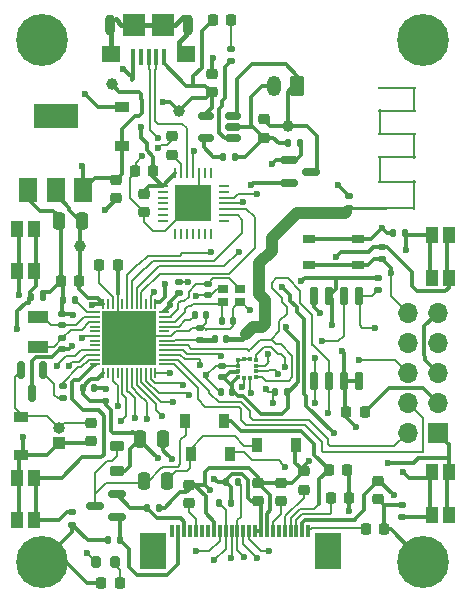
<source format=gtl>
G04 #@! TF.GenerationSoftware,KiCad,Pcbnew,(6.0.10)*
G04 #@! TF.CreationDate,2023-03-04T03:17:19-05:00*
G04 #@! TF.ProjectId,SmartWatch,536d6172-7457-4617-9463-682e6b696361,rev?*
G04 #@! TF.SameCoordinates,Original*
G04 #@! TF.FileFunction,Copper,L1,Top*
G04 #@! TF.FilePolarity,Positive*
%FSLAX46Y46*%
G04 Gerber Fmt 4.6, Leading zero omitted, Abs format (unit mm)*
G04 Created by KiCad (PCBNEW (6.0.10)) date 2023-03-04 03:17:19*
%MOMM*%
%LPD*%
G01*
G04 APERTURE LIST*
G04 Aperture macros list*
%AMRoundRect*
0 Rectangle with rounded corners*
0 $1 Rounding radius*
0 $2 $3 $4 $5 $6 $7 $8 $9 X,Y pos of 4 corners*
0 Add a 4 corners polygon primitive as box body*
4,1,4,$2,$3,$4,$5,$6,$7,$8,$9,$2,$3,0*
0 Add four circle primitives for the rounded corners*
1,1,$1+$1,$2,$3*
1,1,$1+$1,$4,$5*
1,1,$1+$1,$6,$7*
1,1,$1+$1,$8,$9*
0 Add four rect primitives between the rounded corners*
20,1,$1+$1,$2,$3,$4,$5,0*
20,1,$1+$1,$4,$5,$6,$7,0*
20,1,$1+$1,$6,$7,$8,$9,0*
20,1,$1+$1,$8,$9,$2,$3,0*%
G04 Aperture macros list end*
G04 #@! TA.AperFunction,SMDPad,CuDef*
%ADD10R,0.900000X1.200000*%
G04 #@! TD*
G04 #@! TA.AperFunction,SMDPad,CuDef*
%ADD11R,1.200000X0.900000*%
G04 #@! TD*
G04 #@! TA.AperFunction,SMDPad,CuDef*
%ADD12RoundRect,0.200000X-0.200000X-0.275000X0.200000X-0.275000X0.200000X0.275000X-0.200000X0.275000X0*%
G04 #@! TD*
G04 #@! TA.AperFunction,SMDPad,CuDef*
%ADD13RoundRect,0.250000X-0.250000X-0.475000X0.250000X-0.475000X0.250000X0.475000X-0.250000X0.475000X0*%
G04 #@! TD*
G04 #@! TA.AperFunction,SMDPad,CuDef*
%ADD14RoundRect,0.150000X0.512500X0.150000X-0.512500X0.150000X-0.512500X-0.150000X0.512500X-0.150000X0*%
G04 #@! TD*
G04 #@! TA.AperFunction,SMDPad,CuDef*
%ADD15RoundRect,0.140000X-0.170000X0.140000X-0.170000X-0.140000X0.170000X-0.140000X0.170000X0.140000X0*%
G04 #@! TD*
G04 #@! TA.AperFunction,SMDPad,CuDef*
%ADD16R,0.254000X2.300000*%
G04 #@! TD*
G04 #@! TA.AperFunction,SMDPad,CuDef*
%ADD17R,3.200000X0.254000*%
G04 #@! TD*
G04 #@! TA.AperFunction,SMDPad,CuDef*
%ADD18R,0.254000X2.200000*%
G04 #@! TD*
G04 #@! TA.AperFunction,SMDPad,CuDef*
%ADD19R,5.000000X0.254000*%
G04 #@! TD*
G04 #@! TA.AperFunction,SMDPad,CuDef*
%ADD20R,0.254000X2.250000*%
G04 #@! TD*
G04 #@! TA.AperFunction,SMDPad,CuDef*
%ADD21R,0.254000X2.150000*%
G04 #@! TD*
G04 #@! TA.AperFunction,SMDPad,CuDef*
%ADD22R,0.254000X2.500000*%
G04 #@! TD*
G04 #@! TA.AperFunction,SMDPad,CuDef*
%ADD23R,0.254000X0.900000*%
G04 #@! TD*
G04 #@! TA.AperFunction,SMDPad,CuDef*
%ADD24R,0.900000X0.254000*%
G04 #@! TD*
G04 #@! TA.AperFunction,SMDPad,CuDef*
%ADD25R,3.100000X3.100000*%
G04 #@! TD*
G04 #@! TA.AperFunction,SMDPad,CuDef*
%ADD26RoundRect,0.225000X-0.250000X0.225000X-0.250000X-0.225000X0.250000X-0.225000X0.250000X0.225000X0*%
G04 #@! TD*
G04 #@! TA.AperFunction,SMDPad,CuDef*
%ADD27RoundRect,0.225000X0.225000X0.250000X-0.225000X0.250000X-0.225000X-0.250000X0.225000X-0.250000X0*%
G04 #@! TD*
G04 #@! TA.AperFunction,SMDPad,CuDef*
%ADD28RoundRect,0.135000X-0.135000X-0.185000X0.135000X-0.185000X0.135000X0.185000X-0.135000X0.185000X0*%
G04 #@! TD*
G04 #@! TA.AperFunction,SMDPad,CuDef*
%ADD29RoundRect,0.225000X-0.225000X-0.250000X0.225000X-0.250000X0.225000X0.250000X-0.225000X0.250000X0*%
G04 #@! TD*
G04 #@! TA.AperFunction,SMDPad,CuDef*
%ADD30RoundRect,0.140000X0.170000X-0.140000X0.170000X0.140000X-0.170000X0.140000X-0.170000X-0.140000X0*%
G04 #@! TD*
G04 #@! TA.AperFunction,SMDPad,CuDef*
%ADD31RoundRect,0.140000X0.140000X0.170000X-0.140000X0.170000X-0.140000X-0.170000X0.140000X-0.170000X0*%
G04 #@! TD*
G04 #@! TA.AperFunction,ComponentPad*
%ADD32R,1.700000X1.700000*%
G04 #@! TD*
G04 #@! TA.AperFunction,ComponentPad*
%ADD33O,1.700000X1.700000*%
G04 #@! TD*
G04 #@! TA.AperFunction,SMDPad,CuDef*
%ADD34C,1.000000*%
G04 #@! TD*
G04 #@! TA.AperFunction,ComponentPad*
%ADD35C,4.400000*%
G04 #@! TD*
G04 #@! TA.AperFunction,SMDPad,CuDef*
%ADD36R,1.050000X1.400000*%
G04 #@! TD*
G04 #@! TA.AperFunction,SMDPad,CuDef*
%ADD37RoundRect,0.135000X0.135000X0.185000X-0.135000X0.185000X-0.135000X-0.185000X0.135000X-0.185000X0*%
G04 #@! TD*
G04 #@! TA.AperFunction,SMDPad,CuDef*
%ADD38RoundRect,0.218750X0.218750X0.256250X-0.218750X0.256250X-0.218750X-0.256250X0.218750X-0.256250X0*%
G04 #@! TD*
G04 #@! TA.AperFunction,SMDPad,CuDef*
%ADD39R,0.400000X1.350000*%
G04 #@! TD*
G04 #@! TA.AperFunction,SMDPad,CuDef*
%ADD40R,1.600000X1.400000*%
G04 #@! TD*
G04 #@! TA.AperFunction,SMDPad,CuDef*
%ADD41R,1.900000X1.900000*%
G04 #@! TD*
G04 #@! TA.AperFunction,ComponentPad*
%ADD42O,0.900000X1.800000*%
G04 #@! TD*
G04 #@! TA.AperFunction,SMDPad,CuDef*
%ADD43RoundRect,0.135000X0.185000X-0.135000X0.185000X0.135000X-0.185000X0.135000X-0.185000X-0.135000X0*%
G04 #@! TD*
G04 #@! TA.AperFunction,SMDPad,CuDef*
%ADD44R,0.900000X0.800000*%
G04 #@! TD*
G04 #@! TA.AperFunction,ComponentPad*
%ADD45R,1.000000X1.000000*%
G04 #@! TD*
G04 #@! TA.AperFunction,ComponentPad*
%ADD46O,1.000000X1.000000*%
G04 #@! TD*
G04 #@! TA.AperFunction,SMDPad,CuDef*
%ADD47RoundRect,0.140000X-0.140000X-0.170000X0.140000X-0.170000X0.140000X0.170000X-0.140000X0.170000X0*%
G04 #@! TD*
G04 #@! TA.AperFunction,SMDPad,CuDef*
%ADD48RoundRect,0.225000X0.250000X-0.225000X0.250000X0.225000X-0.250000X0.225000X-0.250000X-0.225000X0*%
G04 #@! TD*
G04 #@! TA.AperFunction,SMDPad,CuDef*
%ADD49RoundRect,0.135000X-0.185000X0.135000X-0.185000X-0.135000X0.185000X-0.135000X0.185000X0.135000X0*%
G04 #@! TD*
G04 #@! TA.AperFunction,SMDPad,CuDef*
%ADD50RoundRect,0.147500X-0.147500X-0.172500X0.147500X-0.172500X0.147500X0.172500X-0.147500X0.172500X0*%
G04 #@! TD*
G04 #@! TA.AperFunction,SMDPad,CuDef*
%ADD51RoundRect,0.218750X-0.218750X-0.256250X0.218750X-0.256250X0.218750X0.256250X-0.218750X0.256250X0*%
G04 #@! TD*
G04 #@! TA.AperFunction,SMDPad,CuDef*
%ADD52RoundRect,0.050000X-0.350000X-0.050000X0.350000X-0.050000X0.350000X0.050000X-0.350000X0.050000X0*%
G04 #@! TD*
G04 #@! TA.AperFunction,SMDPad,CuDef*
%ADD53RoundRect,0.050000X-0.050000X-0.350000X0.050000X-0.350000X0.050000X0.350000X-0.050000X0.350000X0*%
G04 #@! TD*
G04 #@! TA.AperFunction,SMDPad,CuDef*
%ADD54R,4.600000X4.600000*%
G04 #@! TD*
G04 #@! TA.AperFunction,SMDPad,CuDef*
%ADD55R,1.050000X0.650000*%
G04 #@! TD*
G04 #@! TA.AperFunction,SMDPad,CuDef*
%ADD56R,1.800000X1.000000*%
G04 #@! TD*
G04 #@! TA.AperFunction,SMDPad,CuDef*
%ADD57RoundRect,0.218750X0.381250X-0.218750X0.381250X0.218750X-0.381250X0.218750X-0.381250X-0.218750X0*%
G04 #@! TD*
G04 #@! TA.AperFunction,SMDPad,CuDef*
%ADD58R,0.375000X0.350000*%
G04 #@! TD*
G04 #@! TA.AperFunction,SMDPad,CuDef*
%ADD59R,0.350000X0.375000*%
G04 #@! TD*
G04 #@! TA.AperFunction,ComponentPad*
%ADD60RoundRect,0.250000X0.350000X0.625000X-0.350000X0.625000X-0.350000X-0.625000X0.350000X-0.625000X0*%
G04 #@! TD*
G04 #@! TA.AperFunction,ComponentPad*
%ADD61O,1.200000X1.750000*%
G04 #@! TD*
G04 #@! TA.AperFunction,SMDPad,CuDef*
%ADD62RoundRect,0.150000X-0.150000X0.650000X-0.150000X-0.650000X0.150000X-0.650000X0.150000X0.650000X0*%
G04 #@! TD*
G04 #@! TA.AperFunction,SMDPad,CuDef*
%ADD63R,0.300000X1.100000*%
G04 #@! TD*
G04 #@! TA.AperFunction,SMDPad,CuDef*
%ADD64R,2.300000X3.100000*%
G04 #@! TD*
G04 #@! TA.AperFunction,SMDPad,CuDef*
%ADD65RoundRect,0.150000X0.587500X0.150000X-0.587500X0.150000X-0.587500X-0.150000X0.587500X-0.150000X0*%
G04 #@! TD*
G04 #@! TA.AperFunction,SMDPad,CuDef*
%ADD66RoundRect,0.150000X-0.150000X0.587500X-0.150000X-0.587500X0.150000X-0.587500X0.150000X0.587500X0*%
G04 #@! TD*
G04 #@! TA.AperFunction,SMDPad,CuDef*
%ADD67RoundRect,0.150000X-0.587500X-0.150000X0.587500X-0.150000X0.587500X0.150000X-0.587500X0.150000X0*%
G04 #@! TD*
G04 #@! TA.AperFunction,SMDPad,CuDef*
%ADD68R,1.500000X2.000000*%
G04 #@! TD*
G04 #@! TA.AperFunction,SMDPad,CuDef*
%ADD69R,3.800000X2.000000*%
G04 #@! TD*
G04 #@! TA.AperFunction,SMDPad,CuDef*
%ADD70RoundRect,0.250000X0.250000X0.475000X-0.250000X0.475000X-0.250000X-0.475000X0.250000X-0.475000X0*%
G04 #@! TD*
G04 #@! TA.AperFunction,ViaPad*
%ADD71C,0.600000*%
G04 #@! TD*
G04 #@! TA.AperFunction,Conductor*
%ADD72C,0.300000*%
G04 #@! TD*
G04 #@! TA.AperFunction,Conductor*
%ADD73C,0.400000*%
G04 #@! TD*
G04 #@! TA.AperFunction,Conductor*
%ADD74C,1.000000*%
G04 #@! TD*
G04 #@! TA.AperFunction,Conductor*
%ADD75C,0.200000*%
G04 #@! TD*
G04 #@! TA.AperFunction,Conductor*
%ADD76C,0.254000*%
G04 #@! TD*
G04 APERTURE END LIST*
D10*
X86994000Y-94996000D03*
X83694000Y-94996000D03*
X93090000Y-97028000D03*
X89790000Y-97028000D03*
X84202000Y-97790000D03*
X87502000Y-97790000D03*
D11*
X69850000Y-97916000D03*
X69850000Y-94616000D03*
D12*
X76165000Y-106930000D03*
X77815000Y-106930000D03*
D13*
X73075000Y-78075000D03*
X74975000Y-78075000D03*
D14*
X87751500Y-71054000D03*
X87751500Y-70104000D03*
X87751500Y-69154000D03*
X85476500Y-69154000D03*
X85476500Y-71054000D03*
D15*
X97560000Y-75970000D03*
X97560000Y-76930000D03*
D16*
X100174000Y-73700000D03*
D17*
X101649000Y-74725000D03*
D18*
X100174000Y-69700000D03*
D19*
X100749000Y-76975000D03*
D17*
X101649000Y-70675000D03*
D20*
X103124000Y-71675000D03*
D17*
X101649000Y-66825000D03*
X101649000Y-68725000D03*
D21*
X103124000Y-67775000D03*
D22*
X103124000Y-75850000D03*
D17*
X101649000Y-72675000D03*
D23*
X85890000Y-73990000D03*
X85390000Y-73990000D03*
X84890000Y-73990000D03*
X84390000Y-73990000D03*
X83890000Y-73990000D03*
X83390000Y-73990000D03*
X82890000Y-73990000D03*
D24*
X81800000Y-75080000D03*
X81800000Y-75580000D03*
X81800000Y-76080000D03*
X81800000Y-76580000D03*
X81800000Y-77080000D03*
X81800000Y-77580000D03*
X81800000Y-78080000D03*
D23*
X82890000Y-79170000D03*
X83390000Y-79170000D03*
X83890000Y-79170000D03*
X84390000Y-79170000D03*
X84890000Y-79170000D03*
X85390000Y-79170000D03*
X85890000Y-79170000D03*
D24*
X86980000Y-78080000D03*
X86980000Y-77580000D03*
X86980000Y-77080000D03*
X86980000Y-76580000D03*
X86980000Y-76080000D03*
X86980000Y-75580000D03*
X86980000Y-75080000D03*
D25*
X84390000Y-76580000D03*
D26*
X80200000Y-75745000D03*
X80200000Y-77295000D03*
X82640000Y-70885000D03*
X82640000Y-72435000D03*
D27*
X81035000Y-73830000D03*
X79485000Y-73830000D03*
D28*
X101290000Y-79075000D03*
X102310000Y-79075000D03*
D29*
X95875000Y-99125000D03*
X97425000Y-99125000D03*
D30*
X86850000Y-91280000D03*
X86850000Y-90320000D03*
D31*
X87680000Y-92500000D03*
X86720000Y-92500000D03*
D32*
X105100000Y-96000000D03*
D33*
X102560000Y-96000000D03*
X105100000Y-93460000D03*
X102560000Y-93460000D03*
X105100000Y-90920000D03*
X102560000Y-90920000D03*
X105100000Y-88380000D03*
X102560000Y-88380000D03*
X105100000Y-85840000D03*
X102560000Y-85840000D03*
D34*
X92400000Y-70000000D03*
D35*
X103886000Y-62738000D03*
D36*
X104580000Y-79250000D03*
X104580000Y-82850000D03*
X106020000Y-79250000D03*
X106020000Y-82850000D03*
D37*
X87610000Y-101940000D03*
X86590000Y-101940000D03*
D34*
X77500000Y-66500000D03*
D38*
X87612500Y-61075000D03*
X86037500Y-61075000D03*
D28*
X87190000Y-100200000D03*
X88210000Y-100200000D03*
X80460000Y-102320000D03*
X81480000Y-102320000D03*
D29*
X73200000Y-83150000D03*
X74750000Y-83150000D03*
D39*
X81926000Y-64143000D03*
X81276000Y-64143000D03*
X80626000Y-64143000D03*
X79976000Y-64143000D03*
X79326000Y-64143000D03*
D40*
X83826000Y-63918000D03*
X77426000Y-63918000D03*
D41*
X79426000Y-61468000D03*
X81826000Y-61468000D03*
D42*
X83926000Y-61468000D03*
X77326000Y-61468000D03*
D43*
X87630000Y-64516000D03*
X87630000Y-63496000D03*
D44*
X86925000Y-84950000D03*
X88325000Y-84950000D03*
X88325000Y-83850000D03*
X86925000Y-83850000D03*
D37*
X92310000Y-92500000D03*
X91290000Y-92500000D03*
D34*
X74825000Y-80200000D03*
D28*
X86904328Y-72602000D03*
X87924328Y-72602000D03*
D45*
X73010000Y-96860000D03*
D46*
X73010000Y-95590000D03*
D27*
X77991000Y-81788000D03*
X76441000Y-81788000D03*
D36*
X70945000Y-103400000D03*
X70945000Y-99800000D03*
X69505000Y-103400000D03*
X69505000Y-99800000D03*
D47*
X86845000Y-86500000D03*
X87805000Y-86500000D03*
D11*
X78350000Y-71725000D03*
X78350000Y-68425000D03*
D31*
X75990000Y-92180000D03*
X75030000Y-92180000D03*
D48*
X84000000Y-101925000D03*
X84000000Y-100375000D03*
D47*
X73412164Y-84750000D03*
X74372164Y-84750000D03*
D48*
X93740000Y-100805000D03*
X93740000Y-99255000D03*
D37*
X71660000Y-84500000D03*
X70640000Y-84500000D03*
D49*
X100400000Y-80265000D03*
X100400000Y-81285000D03*
D50*
X86215000Y-88025000D03*
X87185000Y-88025000D03*
D51*
X76632500Y-108712000D03*
X78207500Y-108712000D03*
D52*
X76050000Y-85800000D03*
X76050000Y-86200000D03*
X76050000Y-86600000D03*
X76050000Y-87000000D03*
X76050000Y-87400000D03*
X76050000Y-87800000D03*
X76050000Y-88200000D03*
X76050000Y-88600000D03*
X76050000Y-89000000D03*
X76050000Y-89400000D03*
X76050000Y-89800000D03*
X76050000Y-90200000D03*
D53*
X76800000Y-90950000D03*
X77200000Y-90950000D03*
X77600000Y-90950000D03*
X78000000Y-90950000D03*
X78400000Y-90950000D03*
X78800000Y-90950000D03*
X79200000Y-90950000D03*
X79600000Y-90950000D03*
X80000000Y-90950000D03*
X80400000Y-90950000D03*
X80800000Y-90950000D03*
X81200000Y-90950000D03*
D52*
X81950000Y-90200000D03*
X81950000Y-89800000D03*
X81950000Y-89400000D03*
X81950000Y-89000000D03*
X81950000Y-88600000D03*
X81950000Y-88200000D03*
X81950000Y-87800000D03*
X81950000Y-87400000D03*
X81950000Y-87000000D03*
X81950000Y-86600000D03*
X81950000Y-86200000D03*
X81950000Y-85800000D03*
D53*
X81200000Y-85050000D03*
X80800000Y-85050000D03*
X80400000Y-85050000D03*
X80000000Y-85050000D03*
X79600000Y-85050000D03*
X79200000Y-85050000D03*
X78800000Y-85050000D03*
X78400000Y-85050000D03*
X78000000Y-85050000D03*
X77600000Y-85050000D03*
X77200000Y-85050000D03*
X76800000Y-85050000D03*
D54*
X79000000Y-88000000D03*
D31*
X84520000Y-86025000D03*
X85480000Y-86025000D03*
D55*
X98375000Y-81775000D03*
X94225000Y-81775000D03*
X98375000Y-79625000D03*
X94225000Y-79625000D03*
D56*
X71220000Y-88690000D03*
X71220000Y-86190000D03*
D34*
X83200000Y-68750000D03*
D57*
X77940000Y-99252500D03*
X77940000Y-97127500D03*
D43*
X74150000Y-103760000D03*
X74150000Y-102740000D03*
D13*
X79900000Y-96540000D03*
X81800000Y-96540000D03*
D58*
X89712500Y-91300000D03*
X89712500Y-90800000D03*
X89712500Y-90300000D03*
X89712500Y-89800000D03*
D59*
X89200000Y-89787500D03*
X88700000Y-89787500D03*
D58*
X88187500Y-89800000D03*
X88187500Y-90300000D03*
X88187500Y-90800000D03*
X88187500Y-91300000D03*
D59*
X88700000Y-91312500D03*
X89200000Y-91312500D03*
D60*
X93202000Y-66654000D03*
D61*
X91202000Y-66654000D03*
D49*
X100025000Y-82865000D03*
X100025000Y-83885000D03*
D62*
X98425000Y-84395000D03*
X97155000Y-84395000D03*
X95885000Y-84395000D03*
X94615000Y-84395000D03*
X94615000Y-91595000D03*
X95885000Y-91595000D03*
X97155000Y-91595000D03*
X98425000Y-91595000D03*
D26*
X100075000Y-100075000D03*
X100075000Y-101625000D03*
D63*
X82642000Y-104314000D03*
X83142000Y-104314000D03*
X83642000Y-104314000D03*
X84142000Y-104314000D03*
X84642000Y-104314000D03*
X85142000Y-104314000D03*
X85642000Y-104314000D03*
X86142000Y-104314000D03*
X86642000Y-104314000D03*
X87142000Y-104314000D03*
X87642000Y-104314000D03*
X88142000Y-104314000D03*
X88642000Y-104314000D03*
X89142000Y-104314000D03*
X89642000Y-104314000D03*
X90142000Y-104314000D03*
X90642000Y-104314000D03*
X91142000Y-104314000D03*
X91642000Y-104314000D03*
X92142000Y-104314000D03*
X92642000Y-104314000D03*
X93142000Y-104314000D03*
X93642000Y-104314000D03*
X94142000Y-104314000D03*
D64*
X95812000Y-106014000D03*
X80972000Y-106014000D03*
D48*
X75750000Y-96715000D03*
X75750000Y-95165000D03*
D15*
X85610000Y-83360000D03*
X85610000Y-84320000D03*
D37*
X78220000Y-105050000D03*
X77200000Y-105050000D03*
D48*
X91815000Y-101755000D03*
X91815000Y-100205000D03*
D29*
X97355000Y-94220000D03*
X98905000Y-94220000D03*
D43*
X73350000Y-93070000D03*
X73350000Y-92050000D03*
D34*
X91050000Y-80600000D03*
D30*
X73290000Y-86880000D03*
X73290000Y-85920000D03*
D35*
X71628000Y-62738000D03*
D65*
X77927500Y-103110000D03*
X77927500Y-101210000D03*
X76052500Y-102160000D03*
D15*
X73320000Y-87980000D03*
X73320000Y-88940000D03*
D66*
X71700000Y-90712500D03*
X69800000Y-90712500D03*
X70750000Y-92587500D03*
D67*
X92512500Y-72925000D03*
X92512500Y-74825000D03*
X94387500Y-73875000D03*
D68*
X70450000Y-75450000D03*
X72750000Y-75450000D03*
X75050000Y-75450000D03*
D69*
X72750000Y-69150000D03*
D28*
X92415000Y-71500000D03*
X93435000Y-71500000D03*
D49*
X102100000Y-102140000D03*
X102100000Y-103160000D03*
D48*
X85975000Y-67150000D03*
X85975000Y-65600000D03*
D35*
X103886000Y-106934000D03*
D15*
X84950000Y-87145000D03*
X84950000Y-88105000D03*
D35*
X71628000Y-106934000D03*
D36*
X104580000Y-99350000D03*
X104580000Y-102950000D03*
X106020000Y-99350000D03*
X106020000Y-102950000D03*
D15*
X83200000Y-83195000D03*
X83200000Y-84155000D03*
D29*
X99025000Y-104175000D03*
X100575000Y-104175000D03*
D48*
X90375000Y-71000000D03*
X90375000Y-69450000D03*
D29*
X96075000Y-101525000D03*
X97625000Y-101525000D03*
D48*
X77850000Y-76125000D03*
X77850000Y-74575000D03*
X89915000Y-101755000D03*
X89915000Y-100205000D03*
D36*
X70945000Y-82318000D03*
X70945000Y-78718000D03*
X69505000Y-82318000D03*
X69505000Y-78718000D03*
D70*
X82160000Y-100050000D03*
X80260000Y-100050000D03*
D71*
X96670000Y-75050000D03*
X91100000Y-73200000D03*
X89300000Y-75000000D03*
X93530510Y-83162688D03*
X102400000Y-80550000D03*
X100425000Y-78650000D03*
X89175000Y-85600000D03*
X83975000Y-83250000D03*
X84625000Y-84450000D03*
X92290000Y-87030000D03*
X80229266Y-87629266D03*
X88270000Y-80660000D03*
X89830000Y-75750000D03*
X88610000Y-76480500D03*
X85940000Y-80720000D03*
X80055734Y-72599500D03*
X81420000Y-71910000D03*
X81375750Y-71042782D03*
X84489500Y-72110000D03*
X79975000Y-70075000D03*
X81809501Y-68000000D03*
X75200000Y-67300000D03*
X78466292Y-65167238D03*
X76970000Y-77160000D03*
X95116738Y-85823007D03*
X85850242Y-100826974D03*
X77540000Y-86510000D03*
X77460000Y-89610000D03*
X86075000Y-64275000D03*
X74240000Y-86010000D03*
X80600000Y-89830000D03*
X85517807Y-91097638D03*
X82620500Y-98170500D03*
X97600000Y-102650000D03*
X74150000Y-88650000D03*
X77050000Y-92300000D03*
X94170378Y-98339622D03*
X75000000Y-73400000D03*
X92180000Y-98850000D03*
X101360000Y-101300000D03*
X82690000Y-93370000D03*
X98410000Y-89860000D03*
X82450000Y-90899500D03*
X101140000Y-82450000D03*
X84640000Y-106030000D03*
X73900000Y-90360000D03*
X86190000Y-106760000D03*
X77988818Y-93697334D03*
X87600000Y-106620000D03*
X78270000Y-94960000D03*
X88710000Y-106470000D03*
X79460000Y-94710000D03*
X89828941Y-106555540D03*
X95850000Y-94320000D03*
X94720000Y-93490000D03*
X84940000Y-90280000D03*
X90800000Y-106010000D03*
X92200500Y-90450000D03*
X94720000Y-89670000D03*
X96290000Y-96030000D03*
X91920000Y-83690000D03*
X102180000Y-99340000D03*
X82050000Y-83400000D03*
X69500000Y-87210000D03*
X75009500Y-87950000D03*
X81100000Y-84075000D03*
X99830000Y-87090000D03*
X80453650Y-94818005D03*
X90550000Y-92300000D03*
X81750000Y-94580000D03*
X91150000Y-93450000D03*
X91600000Y-91000500D03*
X86730000Y-89500000D03*
X95300000Y-88260000D03*
X90750000Y-89350000D03*
X84020000Y-92780000D03*
X89283225Y-92611688D03*
X88530000Y-92120000D03*
X83500378Y-91949622D03*
X75800000Y-85200500D03*
X77028739Y-93299277D03*
X96160000Y-86850000D03*
X86170000Y-99880000D03*
X82400000Y-85200000D03*
X96470000Y-81070000D03*
X98220000Y-95530000D03*
X100910000Y-98510000D03*
X69970000Y-96330000D03*
X81420000Y-98170000D03*
X97010000Y-89070000D03*
X69620000Y-84290000D03*
X72860000Y-90329500D03*
X75410000Y-106200000D03*
D72*
X73660000Y-106934000D02*
X71628000Y-106934000D01*
X75438000Y-108712000D02*
X73660000Y-106934000D01*
X76632500Y-108712000D02*
X75438000Y-108712000D01*
D73*
X88505000Y-88025000D02*
X88900000Y-87630000D01*
X87185000Y-88025000D02*
X88505000Y-88025000D01*
D74*
X89470000Y-87060000D02*
X88900000Y-87630000D01*
X90200000Y-87060000D02*
X89470000Y-87060000D01*
D75*
X76441000Y-83299000D02*
X76441000Y-81788000D01*
X77600000Y-84458000D02*
X76441000Y-83299000D01*
X77600000Y-85050000D02*
X77600000Y-84458000D01*
D72*
X78000000Y-81797000D02*
X77991000Y-81788000D01*
X78000000Y-84240000D02*
X78000000Y-81797000D01*
X85975000Y-68457000D02*
X85476500Y-68955500D01*
X85476500Y-68955500D02*
X85476500Y-69154000D01*
X85975000Y-67150000D02*
X85975000Y-68457000D01*
X86614000Y-68580000D02*
X86614000Y-70612000D01*
X87056000Y-71054000D02*
X87751500Y-71054000D01*
X86850000Y-68344000D02*
X86614000Y-68580000D01*
X86614000Y-70612000D02*
X87056000Y-71054000D01*
X86850000Y-67920000D02*
X86850000Y-68344000D01*
D73*
X86135000Y-88105000D02*
X86215000Y-88025000D01*
X84950000Y-88105000D02*
X86135000Y-88105000D01*
D72*
X97560000Y-75940000D02*
X96670000Y-75050000D01*
X97560000Y-75970000D02*
X97560000Y-75940000D01*
D76*
X97605000Y-76975000D02*
X100749000Y-76975000D01*
X97560000Y-76930000D02*
X97605000Y-76975000D01*
D74*
X97260000Y-77390000D02*
X97360000Y-77290000D01*
X96330000Y-77390000D02*
X97260000Y-77390000D01*
X93170000Y-77390000D02*
X96330000Y-77390000D01*
D75*
X84250000Y-88900000D02*
X83950000Y-88600000D01*
X89080000Y-89060000D02*
X88920000Y-88900000D01*
X88920000Y-88900000D02*
X84250000Y-88900000D01*
X89210000Y-88930000D02*
X89080000Y-89060000D01*
X83950000Y-88600000D02*
X81950000Y-88600000D01*
X89270000Y-88930000D02*
X89210000Y-88930000D01*
X90050000Y-88150000D02*
X89270000Y-88930000D01*
X90950000Y-88150000D02*
X90050000Y-88150000D01*
D74*
X91050000Y-79510000D02*
X93170000Y-77390000D01*
X91050000Y-80600000D02*
X91050000Y-79510000D01*
X90010000Y-81640000D02*
X91050000Y-80600000D01*
X90010000Y-84280000D02*
X90010000Y-81640000D01*
X90200000Y-87060000D02*
X90460000Y-86800000D01*
X90460000Y-86800000D02*
X90460000Y-84730000D01*
X90460000Y-84730000D02*
X90010000Y-84280000D01*
D75*
X98800000Y-93900000D02*
X98800000Y-93925000D01*
X86825000Y-85050000D02*
X86925000Y-84950000D01*
X84375000Y-85050000D02*
X86825000Y-85050000D01*
D72*
X91375000Y-72925000D02*
X91100000Y-73200000D01*
X92512500Y-72925000D02*
X91375000Y-72925000D01*
X89475000Y-74825000D02*
X89300000Y-75000000D01*
X92512500Y-74825000D02*
X89475000Y-74825000D01*
X94550000Y-73875000D02*
X94387500Y-73875000D01*
X94850000Y-70825000D02*
X94850000Y-73575000D01*
X94850000Y-73575000D02*
X94550000Y-73875000D01*
X92400000Y-70000000D02*
X94025000Y-70000000D01*
X94025000Y-70000000D02*
X94850000Y-70825000D01*
X91150000Y-71000000D02*
X90375000Y-71000000D01*
X91650000Y-71500000D02*
X91150000Y-71000000D01*
X92415000Y-71500000D02*
X91650000Y-71500000D01*
X93550000Y-71615000D02*
X93435000Y-71500000D01*
X93550000Y-72500000D02*
X93550000Y-71615000D01*
X93125000Y-72925000D02*
X93550000Y-72500000D01*
X92512500Y-72925000D02*
X93125000Y-72925000D01*
D75*
X92512500Y-72925000D02*
X92950000Y-72925000D01*
D72*
X93828198Y-82865000D02*
X96635000Y-82865000D01*
X93530510Y-83162688D02*
X93828198Y-82865000D01*
X98375000Y-81775000D02*
X94225000Y-81775000D01*
X100765000Y-80265000D02*
X100400000Y-80265000D01*
X103325000Y-84025000D02*
X102900000Y-83600000D01*
X105725000Y-84025000D02*
X103325000Y-84025000D01*
X102900000Y-83600000D02*
X102900000Y-82400000D01*
X106020000Y-83730000D02*
X105725000Y-84025000D01*
X102900000Y-82400000D02*
X100765000Y-80265000D01*
X106020000Y-82850000D02*
X106020000Y-83730000D01*
X101140000Y-82025000D02*
X100400000Y-81285000D01*
X101140000Y-82450000D02*
X101140000Y-82025000D01*
X100025000Y-82865000D02*
X96635000Y-82865000D01*
X96470000Y-83030000D02*
X96470000Y-83805000D01*
X96635000Y-82865000D02*
X96470000Y-83030000D01*
X102485000Y-79250000D02*
X102310000Y-79075000D01*
X104580000Y-79250000D02*
X102485000Y-79250000D01*
X102400000Y-80550000D02*
X102400000Y-79165000D01*
X102400000Y-79165000D02*
X102310000Y-79075000D01*
X99450000Y-79625000D02*
X100425000Y-78650000D01*
X98375000Y-79625000D02*
X99450000Y-79625000D01*
X94225000Y-79625000D02*
X98375000Y-79625000D01*
X100825000Y-79050000D02*
X100425000Y-78650000D01*
X101215000Y-79050000D02*
X100825000Y-79050000D01*
X99175000Y-81775000D02*
X98375000Y-81775000D01*
X100400000Y-81285000D02*
X99665000Y-81285000D01*
X99665000Y-81285000D02*
X99175000Y-81775000D01*
X99275000Y-80650000D02*
X99660000Y-80265000D01*
X96925000Y-80650000D02*
X99275000Y-80650000D01*
X96505000Y-81070000D02*
X96925000Y-80650000D01*
X99660000Y-80265000D02*
X100400000Y-80265000D01*
X96470000Y-81070000D02*
X96505000Y-81070000D01*
D75*
X99515000Y-84395000D02*
X100025000Y-83885000D01*
X98425000Y-84395000D02*
X99515000Y-84395000D01*
X95885000Y-89915761D02*
X95885000Y-94285000D01*
X94499239Y-88530000D02*
X95885000Y-89915761D01*
X95885000Y-94285000D02*
X95850000Y-94320000D01*
X94440000Y-88530000D02*
X94499239Y-88530000D01*
X94440000Y-86000000D02*
X94440000Y-88530000D01*
X93480000Y-85040000D02*
X94440000Y-86000000D01*
X93480000Y-83960000D02*
X93480000Y-85040000D01*
X92420000Y-82900000D02*
X93480000Y-83960000D01*
X91450000Y-82900000D02*
X92420000Y-82900000D01*
X91900000Y-84550000D02*
X91060000Y-83710000D01*
X92325000Y-85900000D02*
X92325000Y-85350000D01*
X91060000Y-83710000D02*
X91060000Y-83290000D01*
X91690000Y-86535000D02*
X92325000Y-85900000D01*
X91690000Y-87410000D02*
X91690000Y-86535000D01*
X91900000Y-84925000D02*
X91900000Y-84550000D01*
X90950000Y-88150000D02*
X91690000Y-87410000D01*
X91060000Y-83290000D02*
X91450000Y-82900000D01*
X92325000Y-85350000D02*
X91900000Y-84925000D01*
X89175000Y-85575000D02*
X89175000Y-85600000D01*
X89075000Y-85475000D02*
X89175000Y-85575000D01*
X88550000Y-84950000D02*
X89075000Y-85475000D01*
X88325000Y-84950000D02*
X88550000Y-84950000D01*
X86375000Y-83850000D02*
X86925000Y-83850000D01*
X85905000Y-84320000D02*
X86375000Y-83850000D01*
X85610000Y-84320000D02*
X85905000Y-84320000D01*
X87400000Y-82925000D02*
X88325000Y-83850000D01*
X86045000Y-82925000D02*
X87400000Y-82925000D01*
X85610000Y-83360000D02*
X86045000Y-82925000D01*
X87805000Y-85470000D02*
X88325000Y-84950000D01*
X87805000Y-86500000D02*
X87805000Y-85470000D01*
X86845000Y-85030000D02*
X86925000Y-84950000D01*
X86845000Y-86500000D02*
X86845000Y-85030000D01*
X90950000Y-88150000D02*
X91081471Y-88150000D01*
D72*
X92580000Y-84350000D02*
X91920000Y-83690000D01*
X93150000Y-85375000D02*
X92580000Y-84805000D01*
X93150000Y-85750000D02*
X93150000Y-85375000D01*
X93800000Y-86400000D02*
X93150000Y-85750000D01*
X93980000Y-93720000D02*
X93980000Y-92855000D01*
X93980000Y-92855000D02*
X93800000Y-92675000D01*
X92580000Y-84805000D02*
X92580000Y-84350000D01*
X96290000Y-96030000D02*
X93980000Y-93720000D01*
X93800000Y-92675000D02*
X93800000Y-86400000D01*
D75*
X87485343Y-87239657D02*
X87805000Y-86920000D01*
X85485343Y-87239657D02*
X87485343Y-87239657D01*
X87805000Y-86920000D02*
X87805000Y-86500000D01*
X85370000Y-87145000D02*
X85475000Y-87250000D01*
X84950000Y-87145000D02*
X85370000Y-87145000D01*
X85475000Y-87250000D02*
X85485343Y-87239657D01*
X83920000Y-83195000D02*
X83975000Y-83250000D01*
X83200000Y-83195000D02*
X83920000Y-83195000D01*
X84565000Y-83360000D02*
X85610000Y-83360000D01*
X84565000Y-83510000D02*
X84565000Y-83360000D01*
X84000000Y-84075000D02*
X84565000Y-83510000D01*
X84000000Y-84475000D02*
X84000000Y-84075000D01*
X83650000Y-84825000D02*
X84000000Y-84475000D01*
X83150000Y-85000000D02*
X83325000Y-84825000D01*
X83325000Y-84825000D02*
X83650000Y-84825000D01*
X83150000Y-85475000D02*
X83150000Y-85000000D01*
X82540000Y-86085000D02*
X83150000Y-85475000D01*
X82540000Y-86200000D02*
X82540000Y-86085000D01*
X81950000Y-86200000D02*
X82540000Y-86200000D01*
X84150000Y-86475000D02*
X84520000Y-86105000D01*
X84520000Y-86105000D02*
X84520000Y-86025000D01*
X83175000Y-87000000D02*
X83700000Y-86475000D01*
X83700000Y-86475000D02*
X84150000Y-86475000D01*
X81950000Y-87000000D02*
X83175000Y-87000000D01*
X84950000Y-87145000D02*
X85055000Y-87145000D01*
X85055000Y-87145000D02*
X85480000Y-86720000D01*
X85480000Y-86720000D02*
X85480000Y-86025000D01*
X84050000Y-87400000D02*
X84305000Y-87145000D01*
X84305000Y-87145000D02*
X84950000Y-87145000D01*
X82525000Y-87800000D02*
X82925000Y-87400000D01*
X82925000Y-87400000D02*
X84050000Y-87400000D01*
X81950000Y-87800000D02*
X82525000Y-87800000D01*
X82895000Y-88105000D02*
X84950000Y-88105000D01*
X82800000Y-88200000D02*
X82895000Y-88105000D01*
X84755000Y-84320000D02*
X84625000Y-84450000D01*
X85610000Y-84320000D02*
X84755000Y-84320000D01*
X84200000Y-85225000D02*
X84375000Y-85050000D01*
X83925000Y-85225000D02*
X84200000Y-85225000D01*
X83675000Y-85475000D02*
X83925000Y-85225000D01*
X83675000Y-85800000D02*
X83675000Y-85475000D01*
X82875000Y-86600000D02*
X83675000Y-85800000D01*
X81950000Y-86600000D02*
X82875000Y-86600000D01*
X80400000Y-87800000D02*
X80229266Y-87629266D01*
X81950000Y-87800000D02*
X80400000Y-87800000D01*
D72*
X82404622Y-84950378D02*
X83200000Y-84155000D01*
X82404622Y-85234622D02*
X82404622Y-84950378D01*
D75*
X81950000Y-88200000D02*
X82800000Y-88200000D01*
D72*
X92290000Y-87290000D02*
X92290000Y-87030000D01*
X93300000Y-88300000D02*
X92290000Y-87290000D01*
X93300000Y-91700000D02*
X93300000Y-88300000D01*
X92500000Y-92500000D02*
X93300000Y-91700000D01*
X92310000Y-92500000D02*
X92500000Y-92500000D01*
D75*
X86590000Y-89360000D02*
X86730000Y-89500000D01*
X83890000Y-89360000D02*
X86590000Y-89360000D01*
X81950000Y-89000000D02*
X83530000Y-89000000D01*
X83530000Y-89000000D02*
X83890000Y-89360000D01*
X83690000Y-89780000D02*
X84940000Y-89780000D01*
X81950000Y-89400000D02*
X83310000Y-89400000D01*
X83310000Y-89400000D02*
X83690000Y-89780000D01*
X82740000Y-90200000D02*
X81950000Y-90200000D01*
X82740000Y-90200000D02*
X84780000Y-92240000D01*
X79858532Y-88000000D02*
X80229266Y-87629266D01*
X79000000Y-88000000D02*
X79858532Y-88000000D01*
D72*
X84420000Y-65780000D02*
X84420000Y-66590000D01*
X84420000Y-66590000D02*
X85415000Y-66590000D01*
X85125000Y-65075000D02*
X84420000Y-65780000D01*
X83830000Y-66590000D02*
X84420000Y-66590000D01*
X85415000Y-66590000D02*
X85975000Y-67150000D01*
X81926000Y-64686000D02*
X83830000Y-66590000D01*
X81926000Y-64143000D02*
X81926000Y-64686000D01*
D75*
X87830000Y-76080000D02*
X86980000Y-76080000D01*
X88160000Y-75750000D02*
X87830000Y-76080000D01*
X89830000Y-75750000D02*
X88160000Y-75750000D01*
X87030000Y-81900000D02*
X88270000Y-80660000D01*
X86500000Y-81900000D02*
X87030000Y-81900000D01*
X88610000Y-76480500D02*
X88510500Y-76580000D01*
X88510500Y-76580000D02*
X86980000Y-76580000D01*
X85852500Y-80807500D02*
X85940000Y-80720000D01*
X85050500Y-80807500D02*
X85852500Y-80807500D01*
X88910000Y-77080000D02*
X86980000Y-77080000D01*
X89590000Y-80390000D02*
X89590000Y-77760000D01*
X87455000Y-82525000D02*
X89590000Y-80390000D01*
X89590000Y-77760000D02*
X88910000Y-77080000D01*
X81550000Y-82525000D02*
X87455000Y-82525000D01*
X80000000Y-84075000D02*
X81550000Y-82525000D01*
X80000000Y-85050000D02*
X80000000Y-84075000D01*
X88160000Y-77580000D02*
X86980000Y-77580000D01*
X88540000Y-77960000D02*
X88160000Y-77580000D01*
X80975000Y-81450000D02*
X86200000Y-81450000D01*
X86200000Y-81450000D02*
X88540000Y-79110000D01*
X88540000Y-79110000D02*
X88540000Y-77960000D01*
X80375000Y-82050000D02*
X80975000Y-81450000D01*
X80325000Y-82050000D02*
X80375000Y-82050000D01*
X79200000Y-83175000D02*
X80325000Y-82050000D01*
X79200000Y-85050000D02*
X79200000Y-83175000D01*
D72*
X79975000Y-71005000D02*
X79975000Y-70075000D01*
X80460000Y-71490000D02*
X79975000Y-71005000D01*
X80460000Y-72060000D02*
X80460000Y-71490000D01*
X81035000Y-72635000D02*
X80460000Y-72060000D01*
X81035000Y-73830000D02*
X81035000Y-72635000D01*
D75*
X79520000Y-73795000D02*
X79485000Y-73830000D01*
X79520000Y-73135234D02*
X79520000Y-73795000D01*
X80055734Y-72599500D02*
X79520000Y-73135234D01*
X81690000Y-71640000D02*
X81420000Y-71910000D01*
X82217538Y-71640000D02*
X81690000Y-71640000D01*
X82640000Y-71217538D02*
X82217538Y-71640000D01*
X82640000Y-70885000D02*
X82640000Y-71217538D01*
X83390000Y-73220000D02*
X83390000Y-73990000D01*
X82640000Y-72470000D02*
X83390000Y-73220000D01*
X82640000Y-72435000D02*
X82640000Y-72470000D01*
X80726000Y-70393032D02*
X81375750Y-71042782D01*
X80726000Y-65255501D02*
X80726000Y-70393032D01*
X84390000Y-72209500D02*
X84489500Y-72110000D01*
X84390000Y-73990000D02*
X84390000Y-72209500D01*
X84890000Y-76080000D02*
X84390000Y-76580000D01*
X84890000Y-73990000D02*
X84890000Y-76080000D01*
X83490000Y-69820000D02*
X83890000Y-70220000D01*
X81420000Y-69820000D02*
X83490000Y-69820000D01*
X81176000Y-69576000D02*
X81420000Y-69820000D01*
X83890000Y-70220000D02*
X83890000Y-73990000D01*
X81176000Y-65255501D02*
X81176000Y-69576000D01*
X81276000Y-65155501D02*
X81176000Y-65255501D01*
X81276000Y-64143000D02*
X81276000Y-65155501D01*
D72*
X82890000Y-73990000D02*
X81800000Y-75080000D01*
X81035000Y-74315000D02*
X81800000Y-75080000D01*
X81035000Y-73830000D02*
X81035000Y-74315000D01*
X80200000Y-75530000D02*
X80650000Y-75080000D01*
X80650000Y-75080000D02*
X81800000Y-75080000D01*
D75*
X79020000Y-76115000D02*
X80200000Y-77295000D01*
X79020000Y-74440000D02*
X79020000Y-76115000D01*
X79485000Y-73975000D02*
X79020000Y-74440000D01*
X79485000Y-73830000D02*
X79485000Y-73975000D01*
X82030000Y-78940000D02*
X84390000Y-76580000D01*
X80980000Y-78940000D02*
X82030000Y-78940000D01*
X80200000Y-78160000D02*
X80980000Y-78940000D01*
X80200000Y-77295000D02*
X80200000Y-78160000D01*
X80626000Y-64143000D02*
X80626000Y-65155501D01*
X80626000Y-65155501D02*
X80726000Y-65255501D01*
X73010000Y-95590000D02*
X73450000Y-95150000D01*
X75735000Y-95150000D02*
X75750000Y-95165000D01*
X73450000Y-95150000D02*
X75735000Y-95150000D01*
X69980000Y-94580000D02*
X72000000Y-94580000D01*
X72000000Y-94580000D02*
X73010000Y-95590000D01*
X69275000Y-93875000D02*
X69275000Y-91237500D01*
X69980000Y-94580000D02*
X69275000Y-93875000D01*
X69275000Y-91237500D02*
X69800000Y-90712500D01*
D72*
X78350000Y-68425000D02*
X76325000Y-68425000D01*
X81809501Y-68000000D02*
X82450000Y-68000000D01*
X84275000Y-67675000D02*
X85450000Y-67675000D01*
X83200000Y-68750000D02*
X84275000Y-67675000D01*
X85450000Y-67675000D02*
X85975000Y-67150000D01*
X85125000Y-65075000D02*
X85125000Y-61987500D01*
X85125000Y-61987500D02*
X86037500Y-61075000D01*
X82450000Y-68000000D02*
X83200000Y-68750000D01*
X76325000Y-68425000D02*
X75200000Y-67300000D01*
X74150000Y-85920000D02*
X74240000Y-86010000D01*
X89915000Y-100205000D02*
X91815000Y-100205000D01*
D75*
X85517807Y-91317807D02*
X85517807Y-91097638D01*
D72*
X89479000Y-70104000D02*
X90375000Y-71000000D01*
X72300000Y-84050000D02*
X73200000Y-83150000D01*
X74170000Y-103760000D02*
X74170000Y-104392000D01*
X73290000Y-85920000D02*
X74150000Y-85920000D01*
X73250000Y-77925000D02*
X73250000Y-78075000D01*
X73080000Y-88940000D02*
X72480000Y-89540000D01*
X77460000Y-89540000D02*
X77460000Y-89610000D01*
X100950000Y-92225000D02*
X99275000Y-93900000D01*
X79326000Y-64143000D02*
X79326000Y-66014000D01*
X80600000Y-89600000D02*
X80600000Y-89830000D01*
X84000000Y-100375000D02*
X85398268Y-100375000D01*
X85450000Y-101360000D02*
X84465000Y-100375000D01*
X71625000Y-84465000D02*
X71660000Y-84500000D01*
X82214785Y-97832333D02*
X82282333Y-97832333D01*
X79190000Y-66150000D02*
X79190000Y-65890946D01*
X84465000Y-100375000D02*
X84000000Y-100375000D01*
X104050000Y-89550000D02*
X103900000Y-89400000D01*
X87924328Y-72602000D02*
X88773000Y-72602000D01*
X72525000Y-77200000D02*
X73250000Y-77925000D01*
X71450000Y-77200000D02*
X72525000Y-77200000D01*
X74170000Y-104392000D02*
X71628000Y-106934000D01*
X73290000Y-84872164D02*
X73412164Y-84750000D01*
X91815000Y-100205000D02*
X92790000Y-100205000D01*
X89130000Y-98980000D02*
X89915000Y-99765000D01*
D75*
X86850000Y-90320000D02*
X86295445Y-90320000D01*
D72*
X75990000Y-92180000D02*
X76930000Y-92180000D01*
D75*
X78000000Y-87000000D02*
X79000000Y-88000000D01*
D72*
X70750000Y-89920000D02*
X70750000Y-92587500D01*
X92790000Y-100205000D02*
X93740000Y-99255000D01*
X81800000Y-97417548D02*
X82214785Y-97832333D01*
X84000000Y-100375000D02*
X84000000Y-100840000D01*
X73320000Y-88940000D02*
X73080000Y-88940000D01*
X73290000Y-85920000D02*
X73290000Y-84872164D01*
X73200000Y-83150000D02*
X73200000Y-78125000D01*
X90940000Y-101230000D02*
X89915000Y-100205000D01*
X97625000Y-101525000D02*
X97625000Y-102625000D01*
X77850000Y-76125000D02*
X77850000Y-76280000D01*
D75*
X86720000Y-92500000D02*
X86700000Y-92500000D01*
D72*
X85975000Y-65600000D02*
X85975000Y-64375000D01*
X77850000Y-76280000D02*
X76970000Y-77160000D01*
X72480000Y-89540000D02*
X71130000Y-89540000D01*
X85450000Y-102822000D02*
X85450000Y-101360000D01*
X100575000Y-104175000D02*
X100575000Y-102125000D01*
X88113000Y-70104000D02*
X89296000Y-70104000D01*
X70450000Y-76200000D02*
X71450000Y-77200000D01*
X73320000Y-88940000D02*
X73860000Y-88940000D01*
X86142000Y-104314000D02*
X86142000Y-103514000D01*
X82282333Y-97832333D02*
X82620500Y-98170500D01*
X77540000Y-86540000D02*
X77540000Y-86510000D01*
X75460000Y-105050000D02*
X74170000Y-103760000D01*
X88773000Y-72602000D02*
X90375000Y-71000000D01*
X83260000Y-101040000D02*
X82600000Y-101700000D01*
X89296000Y-67579000D02*
X89296000Y-70104000D01*
X94615000Y-84390000D02*
X94615000Y-85321269D01*
X102085000Y-102125000D02*
X102100000Y-102140000D01*
X103900000Y-87220000D02*
X103960000Y-87160000D01*
X105100000Y-93460000D02*
X103865000Y-92225000D01*
X83800000Y-101040000D02*
X83260000Y-101040000D01*
D75*
X88167500Y-90320000D02*
X88187500Y-90300000D01*
D72*
X93740000Y-99255000D02*
X93040000Y-98555000D01*
X97625000Y-101525000D02*
X97625000Y-99325000D01*
X71130000Y-89540000D02*
X70750000Y-89920000D01*
X103865000Y-92225000D02*
X100950000Y-92225000D01*
X99275000Y-93900000D02*
X98800000Y-93900000D01*
X94615000Y-85321269D02*
X95116738Y-85823007D01*
D75*
X88700000Y-89787500D02*
X89200000Y-89787500D01*
X86700000Y-92500000D02*
X85517807Y-91317807D01*
D72*
X90221000Y-66654000D02*
X89296000Y-67579000D01*
X79326000Y-66014000D02*
X79190000Y-66150000D01*
X91202000Y-66654000D02*
X90221000Y-66654000D01*
X81980000Y-102320000D02*
X82600000Y-101700000D01*
X93740000Y-98770000D02*
X94170378Y-98339622D01*
X79000000Y-88000000D02*
X77460000Y-89540000D01*
X103960000Y-86980000D02*
X105100000Y-85840000D01*
X85740000Y-98980000D02*
X89130000Y-98980000D01*
X85398268Y-100375000D02*
X85850242Y-100826974D01*
X105100000Y-90920000D02*
X104050000Y-89870000D01*
X71625000Y-84050000D02*
X72300000Y-84050000D01*
X101127000Y-104175000D02*
X103886000Y-106934000D01*
X93040000Y-98555000D02*
X93040000Y-97090000D01*
X77200000Y-105050000D02*
X75460000Y-105050000D01*
X85398268Y-99321732D02*
X85740000Y-98980000D01*
X100575000Y-102125000D02*
X102085000Y-102125000D01*
X79000000Y-88000000D02*
X77540000Y-86540000D01*
D75*
X88187500Y-89800000D02*
X88687500Y-89800000D01*
D72*
X79190000Y-65890946D02*
X78466292Y-65167238D01*
D75*
X88187500Y-90300000D02*
X88187500Y-89800000D01*
D72*
X97625000Y-102625000D02*
X97600000Y-102650000D01*
X85398268Y-100375000D02*
X85398268Y-99321732D01*
X79000000Y-88000000D02*
X80600000Y-89600000D01*
D75*
X78000000Y-85050000D02*
X78000000Y-87000000D01*
D72*
X73200000Y-78125000D02*
X73250000Y-78075000D01*
X100575000Y-102125000D02*
X100075000Y-101625000D01*
X93740000Y-99255000D02*
X93740000Y-98770000D01*
X89915000Y-99765000D02*
X89915000Y-100205000D01*
X85975000Y-64375000D02*
X86075000Y-64275000D01*
X101127000Y-104175000D02*
X100575000Y-104175000D01*
X73412164Y-83362164D02*
X73200000Y-83150000D01*
X86142000Y-103514000D02*
X85450000Y-102822000D01*
X81800000Y-96540000D02*
X81800000Y-97417548D01*
D75*
X86295445Y-90320000D02*
X85517807Y-91097638D01*
X86850000Y-90320000D02*
X88167500Y-90320000D01*
D72*
X84000000Y-100840000D02*
X83800000Y-101040000D01*
X89296000Y-70104000D02*
X89479000Y-70104000D01*
X90940000Y-102540000D02*
X90940000Y-101230000D01*
X103900000Y-89400000D02*
X103900000Y-87220000D01*
X70450000Y-75450000D02*
X70450000Y-76200000D01*
X71625000Y-84050000D02*
X71625000Y-84465000D01*
X90642000Y-102838000D02*
X90940000Y-102540000D01*
X81480000Y-102320000D02*
X81980000Y-102320000D01*
X104050000Y-89870000D02*
X104050000Y-89550000D01*
X90642000Y-104314000D02*
X90642000Y-102838000D01*
X76930000Y-92180000D02*
X77050000Y-92300000D01*
X103960000Y-87160000D02*
X103960000Y-86980000D01*
D75*
X78000000Y-84240000D02*
X78000000Y-85050000D01*
X88687500Y-89800000D02*
X88700000Y-89787500D01*
D72*
X73412164Y-84750000D02*
X73412164Y-83362164D01*
X73860000Y-88940000D02*
X74150000Y-88650000D01*
X80025000Y-68950000D02*
X80025000Y-67775000D01*
X75050000Y-75450000D02*
X76050000Y-74450000D01*
X80025000Y-67775000D02*
X80000000Y-67750000D01*
X79800000Y-67100000D02*
X78100000Y-67100000D01*
X77850000Y-74575000D02*
X78350000Y-74075000D01*
X78100000Y-67100000D02*
X77500000Y-66500000D01*
X77725000Y-74450000D02*
X77850000Y-74575000D01*
X78350000Y-71725000D02*
X78350000Y-70300000D01*
X79500000Y-69150000D02*
X79825000Y-69150000D01*
X78350000Y-74075000D02*
X78350000Y-71725000D01*
X79825000Y-69150000D02*
X80025000Y-68950000D01*
X76050000Y-74450000D02*
X77725000Y-74450000D01*
X75000000Y-73400000D02*
X75050000Y-73450000D01*
X78350000Y-70300000D02*
X79500000Y-69150000D01*
X80000000Y-67750000D02*
X80000000Y-67300000D01*
X75050000Y-73450000D02*
X75050000Y-75450000D01*
X80000000Y-67300000D02*
X79800000Y-67100000D01*
D75*
X84000000Y-102690000D02*
X84000000Y-101925000D01*
X84642000Y-103332000D02*
X84000000Y-102690000D01*
X84642000Y-104314000D02*
X84642000Y-103332000D01*
D72*
X95040000Y-102040000D02*
X95040000Y-101480000D01*
X95875000Y-99125000D02*
X95875000Y-99045000D01*
D75*
X92642000Y-104314000D02*
X92642000Y-103252000D01*
D72*
X88430000Y-95810000D02*
X87610000Y-94990000D01*
X94660000Y-96930000D02*
X93540000Y-95810000D01*
D75*
X92642000Y-103252000D02*
X92640000Y-103250000D01*
D72*
X95040000Y-101480000D02*
X95060000Y-101460000D01*
X95875000Y-99055000D02*
X94660000Y-97840000D01*
X95875000Y-99125000D02*
X95875000Y-99055000D01*
X87610000Y-94990000D02*
X87060000Y-94990000D01*
X93540000Y-95810000D02*
X88430000Y-95810000D01*
D75*
X93350000Y-102540000D02*
X93360000Y-102540000D01*
X93420000Y-102480000D02*
X94600000Y-102480000D01*
D72*
X94660000Y-97840000D02*
X94660000Y-96930000D01*
D75*
X93360000Y-102540000D02*
X93420000Y-102480000D01*
X92640000Y-103250000D02*
X93350000Y-102540000D01*
D72*
X95060000Y-99940000D02*
X95875000Y-99125000D01*
D75*
X94600000Y-102480000D02*
X95040000Y-102040000D01*
D72*
X95060000Y-101460000D02*
X95060000Y-99940000D01*
D75*
X89740000Y-97090000D02*
X88730000Y-97090000D01*
X88730000Y-97090000D02*
X87920000Y-96280000D01*
X82940000Y-99270000D02*
X83860000Y-99270000D01*
X87920000Y-96280000D02*
X85260000Y-96280000D01*
X84120000Y-99010000D02*
X84120000Y-97660000D01*
X82160000Y-100050000D02*
X82940000Y-99270000D01*
X83860000Y-99270000D02*
X84120000Y-99010000D01*
X85260000Y-96280000D02*
X84120000Y-97420000D01*
X84120000Y-97420000D02*
X84120000Y-97660000D01*
X76980000Y-100250000D02*
X80060000Y-100250000D01*
X76052500Y-101177500D02*
X76980000Y-100250000D01*
X83320000Y-98650000D02*
X83320000Y-96640000D01*
X76052500Y-99387500D02*
X77060000Y-98380000D01*
X81627183Y-99080000D02*
X81837183Y-98870000D01*
X83320000Y-96640000D02*
X83760000Y-96200000D01*
X76052500Y-102160000D02*
X76052500Y-99387500D01*
X77560000Y-98380000D02*
X77940000Y-98000000D01*
X80640000Y-100050000D02*
X81610000Y-99080000D01*
X80260000Y-100050000D02*
X80640000Y-100050000D01*
X81610000Y-99080000D02*
X81627183Y-99080000D01*
X77060000Y-98380000D02*
X77560000Y-98380000D01*
X83760000Y-96200000D02*
X83760000Y-94990000D01*
X81837183Y-98870000D02*
X83100000Y-98870000D01*
X83100000Y-98870000D02*
X83320000Y-98650000D01*
X76052500Y-102160000D02*
X76052500Y-101177500D01*
X77940000Y-98000000D02*
X77940000Y-97127500D01*
X80060000Y-100250000D02*
X80260000Y-100050000D01*
D72*
X93202000Y-65777000D02*
X92225000Y-64800000D01*
X93202000Y-66654000D02*
X93202000Y-65777000D01*
X90925000Y-70000000D02*
X92400000Y-70000000D01*
X92225000Y-64800000D02*
X89375000Y-64800000D01*
X88113000Y-66062000D02*
X88113000Y-69154000D01*
X92846000Y-66654000D02*
X92400000Y-67100000D01*
X93202000Y-66654000D02*
X92846000Y-66654000D01*
X89375000Y-64800000D02*
X88113000Y-66062000D01*
X90375000Y-69450000D02*
X90925000Y-70000000D01*
X92400000Y-67100000D02*
X92400000Y-70000000D01*
D75*
X91142000Y-104314000D02*
X91142000Y-103514000D01*
X91815000Y-102841000D02*
X91815000Y-101755000D01*
X91142000Y-103514000D02*
X91815000Y-102841000D01*
X92142000Y-103079686D02*
X93740000Y-101481686D01*
X92142000Y-104314000D02*
X92142000Y-103079686D01*
X93740000Y-101481686D02*
X93740000Y-100805000D01*
X93142000Y-103358000D02*
X93620000Y-102880000D01*
X93142000Y-104314000D02*
X93142000Y-103358000D01*
X95950000Y-102880000D02*
X96075000Y-102755000D01*
X93620000Y-102880000D02*
X95950000Y-102880000D01*
X96075000Y-102755000D02*
X96075000Y-101525000D01*
X89350000Y-98320000D02*
X88690000Y-97660000D01*
D72*
X98900000Y-101250000D02*
X100075000Y-100075000D01*
X100075000Y-100075000D02*
X100135000Y-100075000D01*
D75*
X91860000Y-98530000D02*
X91860000Y-98500000D01*
D72*
X100135000Y-100075000D02*
X101360000Y-101300000D01*
X98060000Y-103380000D02*
X98110000Y-103330000D01*
D75*
X91860000Y-98500000D02*
X91680000Y-98320000D01*
D72*
X93642000Y-104314000D02*
X93642000Y-103608000D01*
X93642000Y-103608000D02*
X93870000Y-103380000D01*
D75*
X88690000Y-97660000D02*
X87420000Y-97660000D01*
X91680000Y-98320000D02*
X89350000Y-98320000D01*
D72*
X98110000Y-103330000D02*
X98900000Y-102540000D01*
X93870000Y-103380000D02*
X98060000Y-103380000D01*
D75*
X92180000Y-98850000D02*
X91860000Y-98530000D01*
D72*
X98900000Y-102540000D02*
X98900000Y-101250000D01*
D75*
X94142000Y-104314000D02*
X94431000Y-104025000D01*
X94431000Y-104025000D02*
X98875000Y-104025000D01*
X98875000Y-104025000D02*
X99025000Y-104175000D01*
X76050000Y-85800000D02*
X75422164Y-85800000D01*
X75422164Y-85800000D02*
X74372164Y-84750000D01*
X76050000Y-86200000D02*
X75190000Y-86200000D01*
X74510000Y-86880000D02*
X73290000Y-86880000D01*
X73290000Y-86880000D02*
X72320000Y-86880000D01*
X71630000Y-86190000D02*
X71220000Y-86190000D01*
X75190000Y-86200000D02*
X74510000Y-86880000D01*
X72320000Y-86880000D02*
X71630000Y-86190000D01*
X74020000Y-87280000D02*
X73320000Y-87980000D01*
X74730000Y-87280000D02*
X74020000Y-87280000D01*
X72610000Y-88690000D02*
X71220000Y-88690000D01*
X76050000Y-86600000D02*
X75597452Y-86600000D01*
X75597452Y-86600000D02*
X74947452Y-87250000D01*
X73320000Y-87980000D02*
X72610000Y-88690000D01*
X74947452Y-87250000D02*
X74760000Y-87250000D01*
X74760000Y-87250000D02*
X74730000Y-87280000D01*
X87612500Y-61075000D02*
X87612500Y-63478500D01*
X87612500Y-63478500D02*
X87630000Y-63496000D01*
X78207500Y-108712000D02*
X78207500Y-107637500D01*
X78207500Y-107637500D02*
X77500000Y-106930000D01*
D73*
X83210000Y-62910000D02*
X83770000Y-62350000D01*
X81826000Y-61468000D02*
X82852000Y-61468000D01*
X82852000Y-61468000D02*
X83560000Y-60760000D01*
X83778000Y-63918000D02*
X83210000Y-63350000D01*
X79426000Y-61468000D02*
X81826000Y-61468000D01*
X83210000Y-63350000D02*
X83210000Y-62910000D01*
X78318000Y-61468000D02*
X78318000Y-61464392D01*
X79426000Y-61468000D02*
X78318000Y-61468000D01*
X83826000Y-63918000D02*
X83778000Y-63918000D01*
X77426000Y-63918000D02*
X77426000Y-62216530D01*
X78318000Y-61464392D02*
X77823804Y-60970196D01*
D75*
X101440000Y-97120000D02*
X102560000Y-96000000D01*
X86540000Y-93420000D02*
X88445686Y-93420000D01*
X96000000Y-97120000D02*
X101440000Y-97120000D01*
X88445686Y-93420000D02*
X89170000Y-94144314D01*
X89170000Y-94320000D02*
X89200000Y-94350000D01*
X89200000Y-94630000D02*
X89440000Y-94870000D01*
X85770000Y-92480000D02*
X85770000Y-92650000D01*
X93710000Y-94890000D02*
X94180000Y-94890000D01*
X95840000Y-96550000D02*
X95840000Y-96960000D01*
X93690000Y-94870000D02*
X93710000Y-94890000D01*
X81950000Y-89800000D02*
X83090000Y-89800000D01*
X83090000Y-89800000D02*
X85770000Y-92480000D01*
X94180000Y-94890000D02*
X95840000Y-96550000D01*
X95840000Y-96960000D02*
X96000000Y-97120000D01*
X85770000Y-92650000D02*
X86540000Y-93420000D01*
X89200000Y-94350000D02*
X89200000Y-94630000D01*
X89440000Y-94870000D02*
X93690000Y-94870000D01*
X89170000Y-94144314D02*
X89170000Y-94320000D01*
X95280000Y-96770000D02*
X95280000Y-97570000D01*
X103840000Y-97640000D02*
X103840000Y-94740000D01*
X88470000Y-94950000D02*
X88840000Y-95320000D01*
X103840000Y-94740000D02*
X102560000Y-93460000D01*
X88840000Y-95320000D02*
X93830000Y-95320000D01*
X84780000Y-92240000D02*
X84780000Y-93170000D01*
X88470000Y-94010000D02*
X88470000Y-94950000D01*
X88280000Y-93820000D02*
X88470000Y-94010000D01*
X85430000Y-93820000D02*
X88280000Y-93820000D01*
X95350000Y-97640000D02*
X103840000Y-97640000D01*
X95280000Y-97570000D02*
X95350000Y-97640000D01*
X84780000Y-93170000D02*
X85430000Y-93820000D01*
X93830000Y-95320000D02*
X95280000Y-96770000D01*
X81636080Y-93370000D02*
X82690000Y-93370000D01*
X101500000Y-89860000D02*
X102560000Y-90920000D01*
X80000000Y-90950000D02*
X80000000Y-91733920D01*
X80000000Y-91733920D02*
X81636080Y-93370000D01*
X98410000Y-89860000D02*
X101500000Y-89860000D01*
X101140000Y-84420000D02*
X102560000Y-85840000D01*
X101140000Y-82450000D02*
X101140000Y-84420000D01*
X81200000Y-90950000D02*
X82399500Y-90950000D01*
X82399500Y-90950000D02*
X82450000Y-90899500D01*
D72*
X78220000Y-105050000D02*
X79000000Y-105830000D01*
X83142000Y-107098000D02*
X83142000Y-104314000D01*
X79000000Y-105830000D02*
X79000000Y-107380000D01*
X78220000Y-105050000D02*
X78220000Y-103402500D01*
X82200000Y-108040000D02*
X83142000Y-107098000D01*
X79660000Y-108040000D02*
X82200000Y-108040000D01*
X79000000Y-107380000D02*
X79660000Y-108040000D01*
X78220000Y-103402500D02*
X77927500Y-103110000D01*
X79037500Y-102320000D02*
X77927500Y-101210000D01*
X83642000Y-104314000D02*
X83642000Y-103514000D01*
X83642000Y-103514000D02*
X83338000Y-103210000D01*
X80460000Y-102320000D02*
X79037500Y-102320000D01*
X81350000Y-103210000D02*
X80460000Y-102320000D01*
X83338000Y-103210000D02*
X81350000Y-103210000D01*
D75*
X75350000Y-89400000D02*
X75060000Y-89690000D01*
X73900000Y-90290000D02*
X73900000Y-90360000D01*
X86642000Y-105114000D02*
X85726000Y-106030000D01*
X86642000Y-104314000D02*
X86642000Y-105114000D01*
X76050000Y-89400000D02*
X75350000Y-89400000D01*
X74720000Y-90030000D02*
X74160000Y-90030000D01*
X74160000Y-90030000D02*
X73900000Y-90290000D01*
X85726000Y-106030000D02*
X84640000Y-106030000D01*
X75060000Y-89690000D02*
X74720000Y-90030000D01*
X87142000Y-104314000D02*
X87142000Y-102492000D01*
X87142000Y-104314000D02*
X87142000Y-105808000D01*
X77988818Y-91978818D02*
X77988818Y-93697334D01*
X77840000Y-91830000D02*
X77988818Y-91978818D01*
X77600000Y-90950000D02*
X77600000Y-91590000D01*
X87142000Y-102492000D02*
X86590000Y-101940000D01*
X77600000Y-91590000D02*
X77840000Y-91830000D01*
X87142000Y-105808000D02*
X86190000Y-106760000D01*
X78400000Y-90950000D02*
X78400000Y-92730000D01*
X78400000Y-92730000D02*
X78690000Y-93020000D01*
X78690000Y-94540000D02*
X78270000Y-94960000D01*
X87642000Y-106578000D02*
X87600000Y-106620000D01*
X87642000Y-104314000D02*
X87642000Y-106578000D01*
X78690000Y-93020000D02*
X78690000Y-94540000D01*
X88142000Y-104314000D02*
X88142000Y-105902000D01*
X88142000Y-105902000D02*
X88710000Y-106470000D01*
X79005000Y-92635000D02*
X79460000Y-93090000D01*
X88142000Y-103368000D02*
X88410000Y-103100000D01*
X88142000Y-104314000D02*
X88142000Y-103368000D01*
X78800000Y-90950000D02*
X78800000Y-92430000D01*
X88410000Y-100400000D02*
X88210000Y-100200000D01*
X79460000Y-93090000D02*
X79460000Y-94710000D01*
X78800000Y-92430000D02*
X79005000Y-92635000D01*
X88410000Y-103100000D02*
X88410000Y-100400000D01*
X88642000Y-105368599D02*
X89828941Y-106555540D01*
X91800000Y-88500000D02*
X92800000Y-89500000D01*
X88642000Y-104314000D02*
X88642000Y-105368599D01*
X92800000Y-89500000D02*
X92800000Y-91300000D01*
X91081471Y-88150000D02*
X91431471Y-88500000D01*
X91431471Y-88500000D02*
X91800000Y-88500000D01*
X90550000Y-91600000D02*
X90250000Y-91300000D01*
X92800000Y-91300000D02*
X92500000Y-91600000D01*
X90250000Y-91300000D02*
X89712500Y-91300000D01*
X92500000Y-91600000D02*
X90550000Y-91600000D01*
X91800000Y-89300000D02*
X91548529Y-89300000D01*
X89700000Y-105560000D02*
X90110000Y-105970000D01*
X94720000Y-91705000D02*
X94615000Y-91600000D01*
X94720000Y-91495000D02*
X94615000Y-91600000D01*
X92200500Y-90450000D02*
X92200500Y-89700500D01*
X94720000Y-93490000D02*
X94720000Y-91705000D01*
X89712500Y-89437500D02*
X89712500Y-89800000D01*
X90400000Y-88750000D02*
X89712500Y-89437500D01*
X91548529Y-89300000D02*
X90998529Y-88750000D01*
X90640000Y-105970000D02*
X90760000Y-105970000D01*
X92200500Y-89700500D02*
X91800000Y-89300000D01*
X90110000Y-105970000D02*
X90640000Y-105970000D01*
X89142000Y-104314000D02*
X89142000Y-105002000D01*
X94720000Y-89670000D02*
X94720000Y-91495000D01*
X90998529Y-88750000D02*
X90400000Y-88750000D01*
X89142000Y-105002000D02*
X89700000Y-105560000D01*
X84940000Y-89780000D02*
X84940000Y-90280000D01*
X90760000Y-105970000D02*
X90800000Y-106010000D01*
X72640000Y-91850000D02*
X72640000Y-92770000D01*
X72940000Y-93070000D02*
X73350000Y-93070000D01*
X72640000Y-92770000D02*
X72940000Y-93070000D01*
X71700000Y-90910000D02*
X72640000Y-91850000D01*
X71700000Y-90712500D02*
X71700000Y-90910000D01*
D72*
X74990000Y-94010000D02*
X75060000Y-94080000D01*
X71078000Y-103400000D02*
X73050000Y-103400000D01*
X74290000Y-91540000D02*
X74160000Y-91670000D01*
X74160000Y-91670000D02*
X74160000Y-93110000D01*
X73050000Y-103400000D02*
X73710000Y-102740000D01*
X71078000Y-103400000D02*
X71078000Y-99800000D01*
X76630000Y-98060000D02*
X74990000Y-98060000D01*
X76000000Y-90250000D02*
X76050000Y-90250000D01*
X74990000Y-98060000D02*
X73250000Y-99800000D01*
X76880000Y-94990000D02*
X76850000Y-95020000D01*
X76850000Y-95020000D02*
X76850000Y-97840000D01*
X76850000Y-97840000D02*
X76630000Y-98060000D01*
X76880000Y-94530000D02*
X76880000Y-94990000D01*
X73250000Y-99800000D02*
X71078000Y-99800000D01*
X74990000Y-93940000D02*
X74990000Y-94010000D01*
X75060000Y-94080000D02*
X76430000Y-94080000D01*
X74290000Y-91540000D02*
X74710000Y-91540000D01*
X76430000Y-94080000D02*
X76880000Y-94530000D01*
X74160000Y-93110000D02*
X74990000Y-93940000D01*
X74710000Y-91540000D02*
X76000000Y-90250000D01*
X73710000Y-102740000D02*
X74150000Y-102740000D01*
X104436000Y-99800000D02*
X104436000Y-103400000D01*
X102180000Y-99340000D02*
X102640000Y-99800000D01*
X82050000Y-84200000D02*
X82050000Y-83400000D01*
X104370000Y-103160000D02*
X104580000Y-102950000D01*
X81700000Y-84850000D02*
X81625000Y-84925000D01*
X82050000Y-84500000D02*
X81700000Y-84850000D01*
X82050000Y-84200000D02*
X82050000Y-84500000D01*
X81625000Y-84925000D02*
X81300000Y-84925000D01*
X102640000Y-99800000D02*
X104436000Y-99800000D01*
X102100000Y-103160000D02*
X104370000Y-103160000D01*
X70605000Y-84050000D02*
X70605000Y-84465000D01*
X71078000Y-82318000D02*
X71078000Y-78718000D01*
X70530000Y-85000000D02*
X70530000Y-84610000D01*
X70530000Y-84610000D02*
X70640000Y-84500000D01*
X69500000Y-85720000D02*
X70220000Y-85000000D01*
X70220000Y-85000000D02*
X70530000Y-85000000D01*
D75*
X75159500Y-87800000D02*
X75009500Y-87950000D01*
D72*
X71078000Y-82318000D02*
X71078000Y-83577000D01*
X71078000Y-83577000D02*
X70605000Y-84050000D01*
D75*
X76050000Y-87800000D02*
X75159500Y-87800000D01*
D72*
X69500000Y-87210000D02*
X69500000Y-85720000D01*
X70605000Y-84465000D02*
X70640000Y-84500000D01*
X104436000Y-82318000D02*
X104436000Y-78718000D01*
D75*
X80800000Y-85050000D02*
X80800000Y-84375000D01*
X80800000Y-84375000D02*
X81100000Y-84075000D01*
X79850000Y-92770000D02*
X80453650Y-93373650D01*
X98500000Y-84465000D02*
X98425000Y-84390000D01*
X79200000Y-92120000D02*
X79850000Y-92770000D01*
X98500000Y-86890000D02*
X98500000Y-84465000D01*
X99830000Y-87090000D02*
X98700000Y-87090000D01*
X98700000Y-87090000D02*
X98500000Y-86890000D01*
X80453650Y-93373650D02*
X80453650Y-94818005D01*
X79200000Y-90950000D02*
X79200000Y-91950000D01*
X79200000Y-91950000D02*
X79200000Y-92120000D01*
X91600000Y-91000500D02*
X91300000Y-90700500D01*
X91150000Y-93450000D02*
X91150000Y-92640000D01*
X91300000Y-90700500D02*
X90850000Y-90700500D01*
X90850000Y-90700500D02*
X90750500Y-90800000D01*
X81750000Y-94580000D02*
X81250000Y-94080000D01*
X79600000Y-91910000D02*
X79600000Y-90950000D01*
X81250000Y-94080000D02*
X81250000Y-93560000D01*
X90750000Y-92500000D02*
X90550000Y-92300000D01*
X90750500Y-90800000D02*
X89712500Y-90800000D01*
X91150000Y-92640000D02*
X91290000Y-92500000D01*
X81250000Y-93560000D02*
X79600000Y-91910000D01*
X91290000Y-92500000D02*
X90750000Y-92500000D01*
D72*
X87130000Y-67640000D02*
X87130000Y-65016000D01*
X87130000Y-65016000D02*
X87630000Y-64516000D01*
X86850000Y-67920000D02*
X87130000Y-67640000D01*
X86077000Y-72602000D02*
X85275000Y-71800000D01*
X85275000Y-71800000D02*
X85275000Y-71402000D01*
X86904328Y-72602000D02*
X86077000Y-72602000D01*
X85275000Y-71402000D02*
X85623000Y-71054000D01*
D75*
X75570000Y-89800000D02*
X76050000Y-89800000D01*
X73350000Y-91760000D02*
X74680000Y-90430000D01*
X74680000Y-90430000D02*
X74940000Y-90430000D01*
X73350000Y-92050000D02*
X73350000Y-91760000D01*
X74940000Y-90430000D02*
X75570000Y-89800000D01*
X95300000Y-88260000D02*
X96660000Y-88260000D01*
X86710000Y-89480000D02*
X86730000Y-89500000D01*
X90750000Y-89350000D02*
X90750000Y-89950000D01*
X90750000Y-89950000D02*
X90800000Y-90000000D01*
X96660000Y-88260000D02*
X97155000Y-87765000D01*
X90800000Y-90000000D02*
X90500000Y-90300000D01*
X90500000Y-90300000D02*
X89712500Y-90300000D01*
X97155000Y-87765000D02*
X97155000Y-84390000D01*
X81475000Y-81900000D02*
X79600000Y-83775000D01*
X86500000Y-81900000D02*
X81475000Y-81900000D01*
X79600000Y-83775000D02*
X79600000Y-85050000D01*
X81481388Y-92649622D02*
X80400000Y-91568234D01*
X89283225Y-92611688D02*
X89187500Y-92515963D01*
X80400000Y-91568234D02*
X80400000Y-90950000D01*
X89187500Y-92515963D02*
X89187500Y-91400000D01*
X83889622Y-92649622D02*
X81481388Y-92649622D01*
X84020000Y-92780000D02*
X83889622Y-92649622D01*
X88530000Y-92120000D02*
X88687500Y-91962500D01*
X80800000Y-91402548D02*
X81193726Y-91796274D01*
X80800000Y-90950000D02*
X80800000Y-91402548D01*
X88687500Y-91962500D02*
X88687500Y-91400000D01*
X81193726Y-91796274D02*
X83347030Y-91796274D01*
X83347030Y-91796274D02*
X83500378Y-91949622D01*
X78800000Y-82625000D02*
X79700000Y-81725000D01*
X78800000Y-85050000D02*
X78800000Y-82625000D01*
X83467500Y-80807500D02*
X85050500Y-80807500D01*
X80550000Y-81000000D02*
X83275000Y-81000000D01*
X83275000Y-81000000D02*
X83467500Y-80807500D01*
X79700000Y-81725000D02*
X79825000Y-81725000D01*
X79825000Y-81725000D02*
X80550000Y-81000000D01*
D72*
X86850000Y-91280000D02*
X87070000Y-91280000D01*
X75030000Y-92670000D02*
X75030000Y-92180000D01*
X86930000Y-91280000D02*
X87680000Y-92030000D01*
X72750000Y-75450000D02*
X72750000Y-75800000D01*
X77630000Y-96010000D02*
X79190000Y-96010000D01*
X69638000Y-99800000D02*
X69638000Y-98222000D01*
X76780000Y-90950000D02*
X76780000Y-90970000D01*
X79320000Y-95960000D02*
X79900000Y-96540000D01*
X106020000Y-97980000D02*
X106020000Y-96970000D01*
X96160000Y-84665000D02*
X95885000Y-84390000D01*
X87525000Y-90825000D02*
X88187500Y-90825000D01*
X103090000Y-98510000D02*
X103450000Y-98150000D01*
X75605000Y-96860000D02*
X75750000Y-96715000D01*
X100910000Y-98510000D02*
X103090000Y-98510000D01*
X81420000Y-98170000D02*
X79900000Y-96650000D01*
X97250000Y-93900000D02*
X97250000Y-91695000D01*
X90170000Y-94420000D02*
X91880000Y-94420000D01*
X87690000Y-99490000D02*
X88570000Y-99490000D01*
X76320000Y-91430000D02*
X75737035Y-91430000D01*
X79070000Y-97370000D02*
X79900000Y-96540000D01*
X75659277Y-93299277D02*
X75030000Y-92670000D01*
X97155000Y-91600000D02*
X98425000Y-91600000D01*
X74800000Y-78075000D02*
X74825000Y-78100000D01*
X76300000Y-84550000D02*
X75450000Y-84550000D01*
X88200000Y-92850000D02*
X88600000Y-92850000D01*
X97250000Y-91695000D02*
X97155000Y-91600000D01*
X78647500Y-99252500D02*
X79070000Y-98830000D01*
X74750000Y-83850000D02*
X74750000Y-83150000D01*
X87070000Y-91280000D02*
X87525000Y-90825000D01*
X76780000Y-90970000D02*
X76320000Y-91430000D01*
X75970500Y-85050000D02*
X76750000Y-85050000D01*
X69980000Y-97880000D02*
X69980000Y-96340000D01*
X77940000Y-99252500D02*
X78647500Y-99252500D01*
X79190000Y-96010000D02*
X79240000Y-95960000D01*
X92400000Y-92590000D02*
X92310000Y-92500000D01*
X69638000Y-98222000D02*
X69980000Y-97880000D01*
X105876000Y-99800000D02*
X105876000Y-103400000D01*
X89275000Y-101755000D02*
X89915000Y-101755000D01*
X89642000Y-104314000D02*
X90142000Y-104314000D01*
X87680000Y-92500000D02*
X87680000Y-92030000D01*
X106020000Y-96970000D02*
X105900000Y-96850000D01*
X74825000Y-82645000D02*
X74825000Y-83075000D01*
X86490000Y-100200000D02*
X86170000Y-99880000D01*
X89030000Y-101510000D02*
X89275000Y-101755000D01*
X77450000Y-95830000D02*
X77630000Y-96010000D01*
X79240000Y-95960000D02*
X79320000Y-95960000D01*
X71990000Y-97880000D02*
X73010000Y-96860000D01*
X87680000Y-92030000D02*
X87680000Y-91795000D01*
X76300000Y-84550000D02*
X76300000Y-84600000D01*
X87610000Y-100620000D02*
X87190000Y-100200000D01*
X77028739Y-93638739D02*
X77450000Y-94060000D01*
X69620000Y-82336000D02*
X69638000Y-82318000D01*
X92400000Y-93900000D02*
X92400000Y-92590000D01*
X96470000Y-83805000D02*
X95885000Y-84390000D01*
X74825000Y-83075000D02*
X74750000Y-83150000D01*
X87680000Y-91795000D02*
X88175000Y-91300000D01*
X75920000Y-85100500D02*
X75900000Y-85100500D01*
X90142000Y-104314000D02*
X90142000Y-101982000D01*
X73010000Y-96860000D02*
X75605000Y-96860000D01*
X72750000Y-75800000D02*
X73875000Y-76925000D01*
X81950000Y-85689244D02*
X82404622Y-85234622D01*
X97155000Y-91600000D02*
X97155000Y-89215000D01*
X75900000Y-85100500D02*
X75800000Y-85200500D01*
X74825000Y-78100000D02*
X74825000Y-80200000D01*
X75970500Y-85050000D02*
X75920000Y-85100500D01*
X77450000Y-94060000D02*
X77450000Y-95830000D01*
X87850000Y-92500000D02*
X88200000Y-92850000D01*
X103450000Y-98150000D02*
X105850000Y-98150000D01*
X87190000Y-100200000D02*
X87190000Y-99990000D01*
X69980000Y-97880000D02*
X71990000Y-97880000D01*
X91880000Y-94420000D02*
X92400000Y-93900000D01*
X90142000Y-101982000D02*
X89915000Y-101755000D01*
X97250000Y-94560000D02*
X98220000Y-95530000D01*
X76300000Y-84600000D02*
X76750000Y-85050000D01*
X105876000Y-78718000D02*
X105876000Y-82318000D01*
X88600000Y-92850000D02*
X90170000Y-94420000D01*
X87610000Y-101940000D02*
X87610000Y-100620000D01*
X86850000Y-91280000D02*
X86930000Y-91280000D01*
X105850000Y-98150000D02*
X106020000Y-97980000D01*
X87190000Y-99990000D02*
X87690000Y-99490000D01*
X69980000Y-96340000D02*
X69970000Y-96330000D01*
X75360000Y-91850000D02*
X75030000Y-92180000D01*
X75450000Y-84550000D02*
X74750000Y-83850000D01*
X89030000Y-99950000D02*
X89030000Y-101510000D01*
X97250000Y-93900000D02*
X97250000Y-94560000D01*
X87190000Y-100200000D02*
X86490000Y-100200000D01*
X77028739Y-93299277D02*
X75659277Y-93299277D01*
X75737035Y-91430000D02*
X75360000Y-91807035D01*
X88570000Y-99490000D02*
X89030000Y-99950000D01*
X74825000Y-80200000D02*
X74825000Y-82645000D01*
X69620000Y-84290000D02*
X69620000Y-82336000D01*
X69638000Y-103400000D02*
X69638000Y-99800000D01*
X69638000Y-82318000D02*
X69638000Y-78718000D01*
X73875000Y-76925000D02*
X73875000Y-77150000D01*
X73875000Y-77150000D02*
X74800000Y-78075000D01*
X106020000Y-99350000D02*
X106020000Y-97980000D01*
X96160000Y-86850000D02*
X96160000Y-84665000D01*
X75360000Y-91807035D02*
X75360000Y-91850000D01*
X97155000Y-89215000D02*
X97010000Y-89070000D01*
X87680000Y-92500000D02*
X87850000Y-92500000D01*
X79070000Y-98830000D02*
X79070000Y-97370000D01*
X77028739Y-93299277D02*
X77028739Y-93638739D01*
D75*
X72860000Y-90329500D02*
X72860000Y-90290000D01*
X74425000Y-89500000D02*
X74925000Y-89000000D01*
X74925000Y-89000000D02*
X76050000Y-89000000D01*
X72860000Y-90290000D02*
X73650000Y-89500000D01*
X73650000Y-89500000D02*
X74425000Y-89500000D01*
X76140000Y-106930000D02*
X75410000Y-106200000D01*
M02*

</source>
